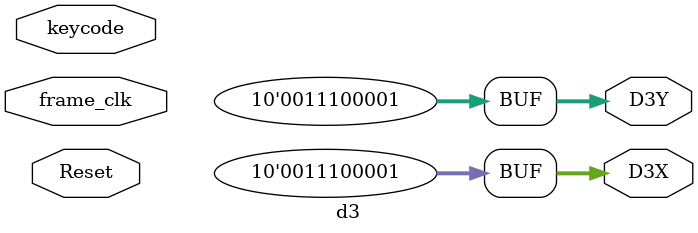
<source format=sv>



module  d3 ( input Reset, frame_clk, input [7:0] keycode,
               output [9:0]  D3X, D3Y);
    
       
    assign D3X = 225;
   
    assign D3Y = 225;
    

endmodule

</source>
